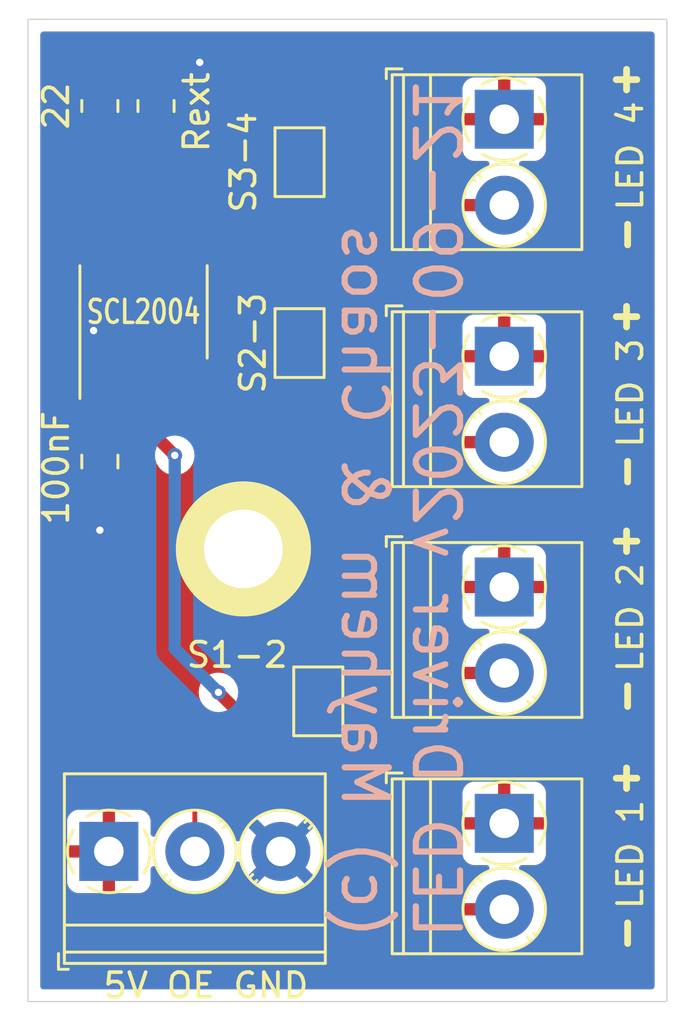
<source format=kicad_pcb>
(kicad_pcb (version 20221018) (generator pcbnew)
  (layers (0 "F.Cu" signal) (31 "B.Cu" signal) (34 "B.Paste" user) (35 "F.Paste" user) (36 "B.SilkS" user "B.Silkscreen") (37 "F.SilkS" user "F.Silkscreen") (38 "B.Mask" user) (39 "F.Mask" user) (44 "Edge.Cuts" user))
  (net 0 "")
  (net 1 "/GND")
  (net 2 "/OE")
  (net 3 "/VDD")
  (net 4 "/OUT1")
  (net 5 "/OUT2")
  (net 6 "/OUT3")
  (net 7 "/OUT4")
  (net 8 "Net-(U1-Vdd)")
  (net 9 "/Rext")
  (footprint "TerminalBlock_Phoenix:TerminalBlock_Phoenix_PT-1,5-2-3.5-H_1x02_P3.50mm_Horizontal" (layer "F.Cu") (at 170.381 66.068 -90)
    (fp_text reference "J5" hide)
    (fp_text value "LED 4" (at 1.496 -5.133 -90) (layer "F.SilkS"))
    (fp_line (start -2.05 4.16) (end -2.05 4.8) (stroke (width 0.12)) (layer "F.SilkS"))
    (fp_line (start -2.05 4.8) (end -1.65 4.8) (stroke (width 0.12)) (layer "F.SilkS"))
    (fp_line (start -1.81 -3.16) (end -1.81 4.56) (stroke (width 0.12)) (layer "F.SilkS"))
    (fp_line (start -1.81 -3.16) (end 5.31 -3.16) (stroke (width 0.12)) (layer "F.SilkS"))
    (fp_line (start -1.81 3) (end 5.31 3) (stroke (width 0.12)) (layer "F.SilkS"))
    (fp_line (start -1.81 4.1) (end 5.31 4.1) (stroke (width 0.12)) (layer "F.SilkS"))
    (fp_line (start -1.81 4.56) (end 5.31 4.56) (stroke (width 0.12)) (layer "F.SilkS"))
    (fp_line (start 2.355 0.941) (end 2.226 1.069) (stroke (width 0.12)) (layer "F.SilkS"))
    (fp_line (start 2.525 1.181) (end 2.431 1.274) (stroke (width 0.12)) (layer "F.SilkS"))
    (fp_line (start 4.57 -1.275) (end 4.476 -1.181) (stroke (width 0.12)) (layer "F.SilkS"))
    (fp_line (start 4.775 -1.069) (end 4.646 -0.941) (stroke (width 0.12)) (layer "F.SilkS"))
    (fp_line (start 5.31 -3.16) (end 5.31 4.56) (stroke (width 0.12)) (layer "F.SilkS"))
    (fp_arc (start -1.425358 0.889894) (mid -1.680286 0.014012) (end -1.44 -0.866) (stroke (width 0.12)) (layer "F.SilkS"))
    (fp_arc (start -0.889894 -1.425358) (mid -0.014012 -1.680286) (end 0.866 -1.44) (stroke (width 0.12)) (layer "F.SilkS"))
    (fp_arc (start 0.028674 1.680099) (mid -0.435535 1.622918) (end -0.866 1.44) (stroke (width 0.12)) (layer "F.SilkS"))
    (fp_arc (start 0.890264 1.424721) (mid 0.463071 1.61492) (end 0 1.68) (stroke (width 0.12)) (layer "F.SilkS"))
    (fp_arc (start 1.425504 -0.890193) (mid 1.680626 0.000476) (end 1.425 0.891) (stroke (width 0.12)) (layer "F.SilkS"))
    (fp_circle (center 3.5 0) (end 5.18 0) (stroke (width 0.12)) (fill none) (layer "F.SilkS"))
    (pad "1" thru_hole rect (at 0 0 270) (size 2.4 2.4) (drill 1.2) (layers "*.Cu" "*.Mask") (net 3 "/VDD"))
    (pad "2" thru_hole circle (at 3.5 0 270) (size 2.4 2.4) (drill 1.2) (layers "*.Cu" "*.Mask") (net 7 "/OUT4"))
  )
  (footprint "Resistor_SMD:R_0805_2012Metric_Pad1.20x1.40mm_HandSolder" (layer "F.Cu") (at 153.924 65.532 -90)
    (fp_text reference "R1" hide)
    (fp_text value "22" (at 0 1.778 90) (layer "F.SilkS"))
    (fp_line (start -0.227064 -0.735) (end 0.227064 -0.735) (stroke (width 0.12)) (layer "F.SilkS"))
    (fp_line (start -0.227064 0.735) (end 0.227064 0.735) (stroke (width 0.12)) (layer "F.SilkS"))
    (pad "1" smd roundrect (at -1 0 270) (size 1.2 1.4) (layers "F.Cu" "F.Paste" "F.Mask") (roundrect_rratio 0.2083333333) (net 3 "/VDD"))
    (pad "2" smd roundrect (at 1 0 270) (size 1.2 1.4) (layers "F.Cu" "F.Paste" "F.Mask") (roundrect_rratio 0.2083333333) (net 8 "Net-(U1-Vdd)"))
  )
  (footprint "Jumper:SolderJumper-2_P1.3mm_Open_Pad1.0x1.5mm" (layer "F.Cu") (at 162.052 75.184 -90)
    (fp_text reference "R5" hide)
    (fp_text value "S2-3" (at 0 1.9 90) (layer "F.SilkS"))
    (fp_line (start -1.4 -1) (end 1.4 -1) (stroke (width 0.12)) (layer "F.SilkS"))
    (fp_line (start -1.4 1) (end -1.4 -1) (stroke (width 0.12)) (layer "F.SilkS"))
    (fp_line (start 1.4 -1) (end 1.4 1) (stroke (width 0.12)) (layer "F.SilkS"))
    (fp_line (start 1.4 1) (end -1.4 1) (stroke (width 0.12)) (layer "F.SilkS"))
    (pad "1" smd rect (at -0.65 0 270) (size 1 1.5) (layers "F.Cu" "F.Mask") (net 6 "/OUT3"))
    (pad "2" smd rect (at 0.65 0 270) (size 1 1.5) (layers "F.Cu" "F.Mask") (net 5 "/OUT2"))
  )
  (footprint "TerminalBlock_Phoenix:TerminalBlock_Phoenix_PT-1,5-2-3.5-H_1x02_P3.50mm_Horizontal" (layer "F.Cu") (at 170.381 85.118 -90)
    (fp_text reference "J3" hide)
    (fp_text value "LED 2" (at 1.242 -5.133 90) (layer "F.SilkS"))
    (fp_line (start -2.05 4.16) (end -2.05 4.8) (stroke (width 0.12)) (layer "F.SilkS"))
    (fp_line (start -2.05 4.8) (end -1.65 4.8) (stroke (width 0.12)) (layer "F.SilkS"))
    (fp_line (start -1.81 -3.16) (end -1.81 4.56) (stroke (width 0.12)) (layer "F.SilkS"))
    (fp_line (start -1.81 -3.16) (end 5.31 -3.16) (stroke (width 0.12)) (layer "F.SilkS"))
    (fp_line (start -1.81 3) (end 5.31 3) (stroke (width 0.12)) (layer "F.SilkS"))
    (fp_line (start -1.81 4.1) (end 5.31 4.1) (stroke (width 0.12)) (layer "F.SilkS"))
    (fp_line (start -1.81 4.56) (end 5.31 4.56) (stroke (width 0.12)) (layer "F.SilkS"))
    (fp_line (start 2.355 0.941) (end 2.226 1.069) (stroke (width 0.12)) (layer "F.SilkS"))
    (fp_line (start 2.525 1.181) (end 2.431 1.274) (stroke (width 0.12)) (layer "F.SilkS"))
    (fp_line (start 4.57 -1.275) (end 4.476 -1.181) (stroke (width 0.12)) (layer "F.SilkS"))
    (fp_line (start 4.775 -1.069) (end 4.646 -0.941) (stroke (width 0.12)) (layer "F.SilkS"))
    (fp_line (start 5.31 -3.16) (end 5.31 4.56) (stroke (width 0.12)) (layer "F.SilkS"))
    (fp_arc (start -1.425358 0.889894) (mid -1.680286 0.014012) (end -1.44 -0.866) (stroke (width 0.12)) (layer "F.SilkS"))
    (fp_arc (start -0.889894 -1.425358) (mid -0.014012 -1.680286) (end 0.866 -1.44) (stroke (width 0.12)) (layer "F.SilkS"))
    (fp_arc (start 0.028674 1.680099) (mid -0.435535 1.622918) (end -0.866 1.44) (stroke (width 0.12)) (layer "F.SilkS"))
    (fp_arc (start 0.890264 1.424721) (mid 0.463071 1.61492) (end 0 1.68) (stroke (width 0.12)) (layer "F.SilkS"))
    (fp_arc (start 1.425504 -0.890193) (mid 1.680626 0.000476) (end 1.425 0.891) (stroke (width 0.12)) (layer "F.SilkS"))
    (fp_circle (center 3.5 0) (end 5.18 0) (stroke (width 0.12)) (fill none) (layer "F.SilkS"))
    (pad "1" thru_hole rect (at 0 0 270) (size 2.4 2.4) (drill 1.2) (layers "*.Cu" "*.Mask") (net 3 "/VDD"))
    (pad "2" thru_hole circle (at 3.5 0 270) (size 2.4 2.4) (drill 1.2) (layers "*.Cu" "*.Mask") (net 5 "/OUT2"))
  )
  (footprint "Package_SO:SOP-8_3.76x4.96mm_P1.27mm" (layer "F.Cu") (at 155.702 73.914 90)
    (fp_text reference "U1" hide)
    (fp_text value "~" hide)
    (fp_text user "SCL2004" (at 0 0 180) (layer "F.SilkS") (effects (font (size 0.94 0.7) (thickness 0.14))))
    (fp_line (start 0 -2.59) (end -3.525 -2.59) (stroke (width 0.12)) (layer "F.SilkS"))
    (fp_line (start 0 -2.59) (end 1.88 -2.59) (stroke (width 0.12)) (layer "F.SilkS"))
    (fp_line (start 0 2.59) (end -1.88 2.59) (stroke (width 0.12)) (layer "F.SilkS"))
    (fp_line (start 0 2.59) (end 1.88 2.59) (stroke (width 0.12)) (layer "F.SilkS"))
    (pad "1" smd roundrect (at -2.5375 -1.905 90) (size 1.975 0.65) (layers "F.Cu" "F.Paste" "F.Mask") (net 1 "/GND"))
    (pad "2" smd roundrect (at -2.5375 -0.635 90) (size 1.975 0.65) (layers "F.Cu" "F.Paste" "F.Mask") (net 2 "/OE"))
    (pad "3" smd roundrect (at -2.5375 0.635 90) (size 1.975 0.65) (layers "F.Cu" "F.Paste" "F.Mask") (net 4 "/OUT1"))
    (pad "4" smd roundrect (at -2.5375 1.905 90) (size 1.975 0.65) (layers "F.Cu" "F.Paste" "F.Mask") (net 5 "/OUT2"))
    (pad "5" smd roundrect (at 2.5375 1.905 90) (size 1.975 0.65) (layers "F.Cu" "F.Paste" "F.Mask") (net 6 "/OUT3"))
    (pad "6" smd roundrect (at 2.5375 0.635 90) (size 1.975 0.65) (layers "F.Cu" "F.Paste" "F.Mask") (net 7 "/OUT4"))
    (pad "7" smd roundrect (at 2.5375 -0.635 90) (size 1.975 0.65) (layers "F.Cu" "F.Paste" "F.Mask") (net 9 "/Rext"))
    (pad "8" smd roundrect (at 2.5375 -1.905 90) (size 1.975 0.65) (layers "F.Cu" "F.Paste" "F.Mask") (net 8 "Net-(U1-Vdd)"))
  )
  (footprint "TerminalBlock_Phoenix:TerminalBlock_Phoenix_PT-1,5-2-3.5-H_1x02_P3.50mm_Horizontal" (layer "F.Cu") (at 170.381 94.742 -90)
    (fp_text reference "J2" hide)
    (fp_text value "LED 1" (at 1.27 -5.133 90) (layer "F.SilkS"))
    (fp_line (start -2.05 4.16) (end -2.05 4.8) (stroke (width 0.12)) (layer "F.SilkS"))
    (fp_line (start -2.05 4.8) (end -1.65 4.8) (stroke (width 0.12)) (layer "F.SilkS"))
    (fp_line (start -1.81 -3.16) (end -1.81 4.56) (stroke (width 0.12)) (layer "F.SilkS"))
    (fp_line (start -1.81 -3.16) (end 5.31 -3.16) (stroke (width 0.12)) (layer "F.SilkS"))
    (fp_line (start -1.81 3) (end 5.31 3) (stroke (width 0.12)) (layer "F.SilkS"))
    (fp_line (start -1.81 4.1) (end 5.31 4.1) (stroke (width 0.12)) (layer "F.SilkS"))
    (fp_line (start -1.81 4.56) (end 5.31 4.56) (stroke (width 0.12)) (layer "F.SilkS"))
    (fp_line (start 2.355 0.941) (end 2.226 1.069) (stroke (width 0.12)) (layer "F.SilkS"))
    (fp_line (start 2.525 1.181) (end 2.431 1.274) (stroke (width 0.12)) (layer "F.SilkS"))
    (fp_line (start 4.57 -1.275) (end 4.476 -1.181) (stroke (width 0.12)) (layer "F.SilkS"))
    (fp_line (start 4.775 -1.069) (end 4.646 -0.941) (stroke (width 0.12)) (layer "F.SilkS"))
    (fp_line (start 5.31 -3.16) (end 5.31 4.56) (stroke (width 0.12)) (layer "F.SilkS"))
    (fp_arc (start -1.425358 0.889894) (mid -1.680286 0.014012) (end -1.44 -0.866) (stroke (width 0.12)) (layer "F.SilkS"))
    (fp_arc (start -0.889894 -1.425358) (mid -0.014012 -1.680286) (end 0.866 -1.44) (stroke (width 0.12)) (layer "F.SilkS"))
    (fp_arc (start 0.028674 1.680099) (mid -0.435535 1.622918) (end -0.866 1.44) (stroke (width 0.12)) (layer "F.SilkS"))
    (fp_arc (start 0.890264 1.424721) (mid 0.463071 1.61492) (end 0 1.68) (stroke (width 0.12)) (layer "F.SilkS"))
    (fp_arc (start 1.425504 -0.890193) (mid 1.680626 0.000476) (end 1.425 0.891) (stroke (width 0.12)) (layer "F.SilkS"))
    (fp_circle (center 3.5 0) (end 5.18 0) (stroke (width 0.12)) (fill none) (layer "F.SilkS"))
    (pad "1" thru_hole rect (at 0 0 270) (size 2.4 2.4) (drill 1.2) (layers "*.Cu" "*.Mask") (net 3 "/VDD"))
    (pad "2" thru_hole circle (at 3.5 0 270) (size 2.4 2.4) (drill 1.2) (layers "*.Cu" "*.Mask") (net 4 "/OUT1"))
  )
  (footprint "Capacitor_SMD:C_0805_2012Metric_Pad1.18x1.45mm_HandSolder" (layer "F.Cu") (at 153.924 80.01 90)
    (fp_text reference "C1" hide)
    (fp_text value "100nF" (at -0.254 -1.778 90) (layer "F.SilkS"))
    (fp_line (start -0.261252 -0.735) (end 0.261252 -0.735) (stroke (width 0.12)) (layer "F.SilkS"))
    (fp_line (start -0.261252 0.735) (end 0.261252 0.735) (stroke (width 0.12)) (layer "F.SilkS"))
    (pad "1" smd roundrect (at -1.0375 0 90) (size 1.175 1.45) (layers "F.Cu" "F.Paste" "F.Mask") (roundrect_rratio 0.2127659574) (net 1 "/GND"))
    (pad "2" smd roundrect (at 1.0375 0 90) (size 1.175 1.45) (layers "F.Cu" "F.Paste" "F.Mask") (roundrect_rratio 0.2127659574) (net 8 "Net-(U1-Vdd)"))
  )
  (footprint "MountingHole:MountingHole_3.2mm_M3" (layer "F.Cu") (at 159.766 83.566)
    (fp_text reference "REF**" hide)
    (fp_text value "MountingHole_3.2mm_M3" hide)
    (pad "" np_thru_hole circle (at 0 0) (size 3.2 3.2) (drill 3.2) (layers "*.Cu" "*.Mask"))
  )
  (footprint "Resistor_SMD:R_0805_2012Metric_Pad1.20x1.40mm_HandSolder" (layer "F.Cu") (at 156.21 65.532 90)
    (fp_text reference "R2" hide)
    (fp_text value "Rext" (at -0.254 1.65 90) (layer "F.SilkS"))
    (fp_line (start -0.227064 -0.735) (end 0.227064 -0.735) (stroke (width 0.12)) (layer "F.SilkS"))
    (fp_line (start -0.227064 0.735) (end 0.227064 0.735) (stroke (width 0.12)) (layer "F.SilkS"))
    (pad "1" smd roundrect (at -1 0 90) (size 1.2 1.4) (layers "F.Cu" "F.Paste" "F.Mask") (roundrect_rratio 0.2083333333) (net 9 "/Rext"))
    (pad "2" smd roundrect (at 1 0 90) (size 1.2 1.4) (layers "F.Cu" "F.Paste" "F.Mask") (roundrect_rratio 0.2083333333) (net 1 "/GND"))
  )
  (footprint "Jumper:SolderJumper-2_P1.3mm_Open_Pad1.0x1.5mm" (layer "F.Cu") (at 162.814 89.774 -90)
    (fp_text reference "R3" hide)
    (fp_text value "S1-2" (at -1.89 3.302) (layer "F.SilkS"))
    (fp_line (start -1.4 -1) (end 1.4 -1) (stroke (width 0.12)) (layer "F.SilkS"))
    (fp_line (start -1.4 1) (end -1.4 -1) (stroke (width 0.12)) (layer "F.SilkS"))
    (fp_line (start 1.4 -1) (end 1.4 1) (stroke (width 0.12)) (layer "F.SilkS"))
    (fp_line (start 1.4 1) (end -1.4 1) (stroke (width 0.12)) (layer "F.SilkS"))
    (pad "1" smd rect (at -0.65 0 270) (size 1 1.5) (layers "F.Cu" "F.Mask") (net 5 "/OUT2"))
    (pad "2" smd rect (at 0.65 0 270) (size 1 1.5) (layers "F.Cu" "F.Mask") (net 4 "/OUT1"))
  )
  (footprint "Jumper:SolderJumper-2_P1.3mm_Open_Pad1.0x1.5mm" (layer "F.Cu") (at 162.052 67.818 -90)
    (fp_text reference "R4" hide)
    (fp_text value "S3-4" (at 0 2.286 90) (layer "F.SilkS"))
    (fp_line (start -1.4 -1) (end 1.4 -1) (stroke (width 0.12)) (layer "F.SilkS"))
    (fp_line (start -1.4 1) (end -1.4 -1) (stroke (width 0.12)) (layer "F.SilkS"))
    (fp_line (start 1.4 -1) (end 1.4 1) (stroke (width 0.12)) (layer "F.SilkS"))
    (fp_line (start 1.4 1) (end -1.4 1) (stroke (width 0.12)) (layer "F.SilkS"))
    (pad "1" smd rect (at -0.65 0 270) (size 1 1.5) (layers "F.Cu" "F.Mask") (net 7 "/OUT4"))
    (pad "2" smd rect (at 0.65 0 270) (size 1 1.5) (layers "F.Cu" "F.Mask") (net 6 "/OUT3"))
  )
  (footprint "TerminalBlock_Phoenix:TerminalBlock_Phoenix_PT-1,5-3-3.5-H_1x03_P3.50mm_Horizontal" (layer "F.Cu") (at 154.29 95.885)
    (fp_text reference "J1" hide)
    (fp_text value "5V OE GND" (at 3.952 5.461) (layer "F.SilkS"))
    (fp_line (start -2.05 4.16) (end -2.05 4.8) (stroke (width 0.12)) (layer "F.SilkS"))
    (fp_line (start -2.05 4.8) (end -1.65 4.8) (stroke (width 0.12)) (layer "F.SilkS"))
    (fp_line (start -1.81 -3.16) (end -1.81 4.56) (stroke (width 0.12)) (layer "F.SilkS"))
    (fp_line (start -1.81 -3.16) (end 8.81 -3.16) (stroke (width 0.12)) (layer "F.SilkS"))
    (fp_line (start -1.81 3) (end 8.81 3) (stroke (width 0.12)) (layer "F.SilkS"))
    (fp_line (start -1.81 4.1) (end 8.81 4.1) (stroke (width 0.12)) (layer "F.SilkS"))
    (fp_line (start -1.81 4.56) (end 8.81 4.56) (stroke (width 0.12)) (layer "F.SilkS"))
    (fp_line (start 2.355 0.941) (end 2.226 1.069) (stroke (width 0.12)) (layer "F.SilkS"))
    (fp_line (start 2.525 1.181) (end 2.431 1.274) (stroke (width 0.12)) (layer "F.SilkS"))
    (fp_line (start 4.57 -1.275) (end 4.476 -1.181) (stroke (width 0.12)) (layer "F.SilkS"))
    (fp_line (start 4.775 -1.069) (end 4.646 -0.941) (stroke (width 0.12)) (layer "F.SilkS"))
    (fp_line (start 5.855 0.941) (end 5.726 1.069) (stroke (width 0.12)) (layer "F.SilkS"))
    (fp_line (start 6.025 1.181) (end 5.931 1.274) (stroke (width 0.12)) (layer "F.SilkS"))
    (fp_line (start 8.07 -1.275) (end 7.976 -1.181) (stroke (width 0.12)) (layer "F.SilkS"))
    (fp_line (start 8.275 -1.069) (end 8.146 -0.941) (stroke (width 0.12)) (layer "F.SilkS"))
    (fp_line (start 8.81 -3.16) (end 8.81 4.56) (stroke (width 0.12)) (layer "F.SilkS"))
    (fp_arc (start -1.425358 0.889894) (mid -1.680286 0.014012) (end -1.44 -0.866) (stroke (width 0.12)) (layer "F.SilkS"))
    (fp_arc (start -0.889894 -1.425358) (mid -0.014012 -1.680286) (end 0.866 -1.44) (stroke (width 0.12)) (layer "F.SilkS"))
    (fp_arc (start 0.028674 1.680099) (mid -0.435535 1.622918) (end -0.866 1.44) (stroke (width 0.12)) (layer "F.SilkS"))
    (fp_arc (start 0.890264 1.424721) (mid 0.463071 1.61492) (end 0 1.68) (stroke (width 0.12)) (layer "F.SilkS"))
    (fp_arc (start 1.425504 -0.890193) (mid 1.680626 0.000476) (end 1.425 0.891) (stroke (width 0.12)) (layer "F.SilkS"))
    (fp_circle (center 3.5 0) (end 5.18 0) (stroke (width 0.12)) (fill none) (layer "F.SilkS"))
    (fp_circle (center 7 0) (end 8.68 0) (stroke (width 0.12)) (fill none) (layer "F.SilkS"))
    (pad "1" thru_hole rect (at 0 0) (size 2.4 2.4) (drill 1.2) (layers "*.Cu" "*.Mask") (net 3 "/VDD"))
    (pad "2" thru_hole circle (at 3.5 0) (size 2.4 2.4) (drill 1.2) (layers "*.Cu" "*.Mask") (net 2 "/OE"))
    (pad "3" thru_hole circle (at 7 0) (size 2.4 2.4) (drill 1.2) (layers "*.Cu" "*.Mask") (net 1 "/GND"))
  )
  (footprint "TerminalBlock_Phoenix:TerminalBlock_Phoenix_PT-1,5-2-3.5-H_1x02_P3.50mm_Horizontal" (layer "F.Cu") (at 170.381 75.72 -90)
    (fp_text reference "J4" hide)
    (fp_text value "LED 3" (at 1.496 -5.133 -90) (layer "F.SilkS"))
    (fp_line (start -2.05 4.16) (end -2.05 4.8) (stroke (width 0.12)) (layer "F.SilkS"))
    (fp_line (start -2.05 4.8) (end -1.65 4.8) (stroke (width 0.12)) (layer "F.SilkS"))
    (fp_line (start -1.81 -3.16) (end -1.81 4.56) (stroke (width 0.12)) (layer "F.SilkS"))
    (fp_line (start -1.81 -3.16) (end 5.31 -3.16) (stroke (width 0.12)) (layer "F.SilkS"))
    (fp_line (start -1.81 3) (end 5.31 3) (stroke (width 0.12)) (layer "F.SilkS"))
    (fp_line (start -1.81 4.1) (end 5.31 4.1) (stroke (width 0.12)) (layer "F.SilkS"))
    (fp_line (start -1.81 4.56) (end 5.31 4.56) (stroke (width 0.12)) (layer "F.SilkS"))
    (fp_line (start 2.355 0.941) (end 2.226 1.069) (stroke (width 0.12)) (layer "F.SilkS"))
    (fp_line (start 2.525 1.181) (end 2.431 1.274) (stroke (width 0.12)) (layer "F.SilkS"))
    (fp_line (start 4.57 -1.275) (end 4.476 -1.181) (stroke (width 0.12)) (layer "F.SilkS"))
    (fp_line (start 4.775 -1.069) (end 4.646 -0.941) (stroke (width 0.12)) (layer "F.SilkS"))
    (fp_line (start 5.31 -3.16) (end 5.31 4.56) (stroke (width 0.12)) (layer "F.SilkS"))
    (fp_arc (start -1.425358 0.889894) (mid -1.680286 0.014012) (end -1.44 -0.866) (stroke (width 0.12)) (layer "F.SilkS"))
    (fp_arc (start -0.889894 -1.425358) (mid -0.014012 -1.680286) (end 0.866 -1.44) (stroke (width 0.12)) (layer "F.SilkS"))
    (fp_arc (start 0.028674 1.680099) (mid -0.435535 1.622918) (end -0.866 1.44) (stroke (width 0.12)) (layer "F.SilkS"))
    (fp_arc (start 0.890264 1.424721) (mid 0.463071 1.61492) (end 0 1.68) (stroke (width 0.12)) (layer "F.SilkS"))
    (fp_arc (start 1.425504 -0.890193) (mid 1.680626 0.000476) (end 1.425 0.891) (stroke (width 0.12)) (layer "F.SilkS"))
    (fp_circle (center 3.5 0) (end 5.18 0) (stroke (width 0.12)) (fill none) (layer "F.SilkS"))
    (pad "1" thru_hole rect (at 0 0 270) (size 2.4 2.4) (drill 1.2) (layers "*.Cu" "*.Mask") (net 3 "/VDD"))
    (pad "2" thru_hole circle (at 3.5 0 270) (size 2.4 2.4) (drill 1.2) (layers "*.Cu" "*.Mask") (net 6 "/OUT3"))
  )
  (gr_circle (center 159.766 83.566) (end 162.466057 83.566) (stroke (width 0.1)) (fill solid) (layer "F.SilkS"))
  (gr_line (start 151 62) (end 177 62) (stroke (width 0.05)) (layer "Edge.Cuts"))
  (gr_line (start 177 102) (end 151 102) (stroke (width 0.05)) (layer "Edge.Cuts"))
  (gr_line (start 177 62) (end 177 102) (stroke (width 0.05)) (layer "Edge.Cuts"))
  (gr_line (start 151 102) (end 151 62) (stroke (width 0.05)) (layer "Edge.Cuts"))
  (gr_text "LED Driver v2023-09-21\n(c) Mayhem & Chaos" (at 168.656 99.568 270) (layer "B.SilkS") (effects (font (size 1.8 1.8) (thickness 0.25)) (justify left top mirror)))
  (gr_text "-" (at 176.022 90.424 90) (layer "F.SilkS") (effects (font (size 1.2 1.1) (thickness 0.275) bold) (justify left bottom)))
  (gr_text "+" (at 174.498 65.024) (layer "F.SilkS") (effects (font (size 1.1 1.1) (thickness 0.275) bold) (justify left bottom)))
  (gr_text "+" (at 174.498 83.82) (layer "F.SilkS") (effects (font (size 1.1 1.1) (thickness 0.275) bold) (justify left bottom)))
  (gr_text "+" (at 174.498 74.676) (layer "F.SilkS") (effects (font (size 1.1 1.1) (thickness 0.275) bold) (justify left bottom)))
  (gr_text "-" (at 176.022 81.28 90) (layer "F.SilkS") (effects (font (size 1.2 1.1) (thickness 0.275) bold) (justify left bottom)))
  (gr_text "-" (at 176.022 100.076 90) (layer "F.SilkS") (effects (font (size 1.2 1.1) (thickness 0.275) bold) (justify left bottom)))
  (gr_text "+" (at 174.498 93.472) (layer "F.SilkS") (effects (font (size 1.1 1.1) (thickness 0.275) bold) (justify left bottom)))
  (gr_text "-" (at 176.022 71.628 90) (layer "F.SilkS") (effects (font (size 1.2 1.1) (thickness 0.275) bold) (justify left bottom)))
  (segment (start 153.797 76.4515) (end 153.67 76.3245) (width 0.2) (layer "F.Cu") (net 1))
  (segment (start 153.924 81.0475) (end 153.924 82.804) (width 0.2) (layer "F.Cu") (net 1))
  (segment (start 153.797 76.4515) (end 153.924 76.3245) (width 0.2) (layer "F.Cu") (net 1))
  (segment (start 153.67 76.3245) (end 153.67 74.676) (width 0.2) (layer "F.Cu") (net 1))
  (segment (start 157.21 64.532) (end 157.988 63.754) (width 0.2) (layer "F.Cu") (net 1))
  (segment (start 156.21 64.532) (end 157.21 64.532) (width 0.2) (layer "F.Cu") (net 1))
  (via (at 153.67 74.676) (size 0.6) (drill 0.3) (layers "F.Cu" "B.Cu") (net 1))
  (via (at 157.988 63.754) (size 0.6) (drill 0.3) (layers "F.Cu" "B.Cu") (net 1))
  (via (at 153.924 82.804) (size 0.6) (drill 0.3) (layers "F.Cu" "B.Cu") (net 1))
  (segment (start 155.194 89.916) (end 155.194 76.5785) (width 0.2) (layer "F.Cu") (net 2))
  (segment (start 157.734 90.932) (end 156.21 90.932) (width 0.2) (layer "F.Cu") (net 2))
  (segment (start 155.194 76.5785) (end 155.067 76.4515) (width 0.2) (layer "F.Cu") (net 2))
  (segment (start 156.21 90.932) (end 155.194 89.916) (width 0.2) (layer "F.Cu") (net 2))
  (segment (start 157.79 90.988) (end 157.734 90.932) (width 0.2) (layer "F.Cu") (net 2))
  (segment (start 157.79 95.885) (end 157.79 90.988) (width 0.2) (layer "F.Cu") (net 2))
  (segment (start 162.814 90.424) (end 162.814 92.71) (width 0.5) (layer "F.Cu") (net 4))
  (segment (start 159.766 90.424) (end 162.814 90.424) (width 0.5) (layer "F.Cu") (net 4))
  (segment (start 156.337 79.121) (end 156.972 79.756) (width 0.5) (layer "F.Cu") (net 4))
  (segment (start 158.75 89.408) (end 159.766 90.424) (width 0.5) (layer "F.Cu") (net 4))
  (segment (start 156.337 76.4515) (end 156.337 79.121) (width 0.5) (layer "F.Cu") (net 4))
  (segment (start 168.346 98.242) (end 170.381 98.242) (width 0.5) (layer "F.Cu") (net 4))
  (segment (start 162.814 92.71) (end 168.346 98.242) (width 0.5) (layer "F.Cu") (net 4))
  (via (at 158.75 89.408) (size 0.6) (drill 0.3) (layers "F.Cu" "B.Cu") (net 4))
  (via (at 156.972 79.756) (size 0.6) (drill 0.3) (layers "F.Cu" "B.Cu") (net 4))
  (segment (start 156.972 79.756) (end 156.972 87.63) (width 0.5) (layer "B.Cu") (net 4))
  (segment (start 156.972 87.63) (end 158.75 89.408) (width 0.5) (layer "B.Cu") (net 4))
  (segment (start 164.084 86.614) (end 162.814 87.884) (width 0.5) (layer "F.Cu") (net 5))
  (segment (start 167.416 89.124) (end 167.922 88.618) (width 0.5) (layer "F.Cu") (net 5))
  (segment (start 162.814 87.884) (end 162.814 89.124) (width 0.5) (layer "F.Cu") (net 5))
  (segment (start 157.607 76.4515) (end 157.607 78.105) (width 0.5) (layer "F.Cu") (net 5))
  (segment (start 162.052 75.834) (end 162.052 78.994) (width 0.5) (layer "F.Cu") (net 5))
  (segment (start 162.814 89.124) (end 167.416 89.124) (width 0.5) (layer "F.Cu") (net 5))
  (segment (start 158.496 78.994) (end 162.052 78.994) (width 0.5) (layer "F.Cu") (net 5))
  (segment (start 157.607 78.105) (end 158.496 78.994) (width 0.5) (layer "F.Cu") (net 5))
  (segment (start 163.576 78.994) (end 164.084 79.502) (width 0.5) (layer "F.Cu") (net 5))
  (segment (start 164.084 79.502) (end 164.084 85.09) (width 0.5) (layer "F.Cu") (net 5))
  (segment (start 167.922 88.618) (end 170.381 88.618) (width 0.5) (layer "F.Cu") (net 5))
  (segment (start 162.052 78.994) (end 163.576 78.994) (width 0.5) (layer "F.Cu") (net 5))
  (segment (start 164.084 85.09) (end 164.084 86.614) (width 0.5) (layer "F.Cu") (net 5))
  (segment (start 164.45 74.534) (end 166.624 76.708) (width 0.5) (layer "F.Cu") (net 6))
  (segment (start 162.052 71.374) (end 162.052 74.534) (width 0.5) (layer "F.Cu") (net 6))
  (segment (start 166.624 76.708) (end 166.624 78.232) (width 0.5) (layer "F.Cu") (net 6))
  (segment (start 162.0495 71.3765) (end 162.052 71.374) (width 0.5) (layer "F.Cu") (net 6))
  (segment (start 162.052 71.374) (end 162.052 68.468) (width 0.5) (layer "F.Cu") (net 6))
  (segment (start 166.624 78.232) (end 167.612 79.22) (width 0.5) (layer "F.Cu") (net 6))
  (segment (start 157.607 71.3765) (end 162.0495 71.3765) (width 0.5) (layer "F.Cu") (net 6))
  (segment (start 162.052 74.534) (end 164.45 74.534) (width 0.5) (layer "F.Cu") (net 6))
  (segment (start 167.612 79.22) (end 170.381 79.22) (width 0.5) (layer "F.Cu") (net 6))
  (segment (start 167.612 69.568) (end 170.381 69.568) (width 0.5) (layer "F.Cu") (net 7))
  (segment (start 156.337 71.3765) (end 156.337 69.723) (width 0.5) (layer "F.Cu") (net 7))
  (segment (start 158.892 67.168) (end 162.052 67.168) (width 0.5) (layer "F.Cu") (net 7))
  (segment (start 156.337 69.723) (end 158.892 67.168) (width 0.5) (layer "F.Cu") (net 7))
  (segment (start 162.052 67.168) (end 165.212 67.168) (width 0.5) (layer "F.Cu") (net 7))
  (segment (start 165.212 67.168) (end 167.612 69.568) (width 0.5) (layer "F.Cu") (net 7))
  (segment (start 152.4215 78.9725) (end 152.4 78.994) (width 0.2) (layer "F.Cu") (net 8))
  (segment (start 153.924 71.2495) (end 153.924 66.532) (width 0.2) (layer "F.Cu") (net 8))
  (segment (start 153.797 71.3765) (end 153.924 71.2495) (width 0.2) (layer "F.Cu") (net 8))
  (segment (start 152.4 71.374) (end 153.7945 71.374) (width 0.2) (layer "F.Cu") (net 8))
  (segment (start 152.4 78.994) (end 152.4 71.374) (width 0.2) (layer "F.Cu") (net 8))
  (segment (start 153.7945 71.374) (end 153.797 71.3765) (width 0.2) (layer "F.Cu") (net 8))
  (segment (start 153.924 78.9725) (end 152.4215 78.9725) (width 0.2) (layer "F.Cu") (net 8))
  (segment (start 155.194 68.58) (end 156.21 68.58) (width 0.2) (layer "F.Cu") (net 9))
  (segment (start 155.067 71.3765) (end 155.194 71.2495) (width 0.2) (layer "F.Cu") (net 9))
  (segment (start 156.21 68.58) (end 156.21 66.532) (width 0.2) (layer "F.Cu") (net 9))
  (segment (start 155.194 71.2495) (end 155.194 68.58) (width 0.2) (layer "F.Cu") (net 9))
  (zone (net 3) (net_name "/VDD") (layer "F.Cu") (connect_pads (clearance 0.5)) (min_thickness 0.25) (fill yes (thermal_gap 0.5) (thermal_bridge_width 0.5))
    (polygon (pts (xy 150.622 61.722) (xy 177.546 61.722) (xy 177.546 102.362) (xy 150.368 102.362)))
  )
  (zone (net 1) (net_name "/GND") (layer "B.Cu") (priority 1) (connect_pads (clearance 0.5)) (min_thickness 0.25) (fill yes (thermal_gap 0.5) (thermal_bridge_width 0.5))
    (polygon (pts (xy 150.114 61.214) (xy 178.308 61.214) (xy 178.308 102.87) (xy 149.86 102.87)))
  )
)
</source>
